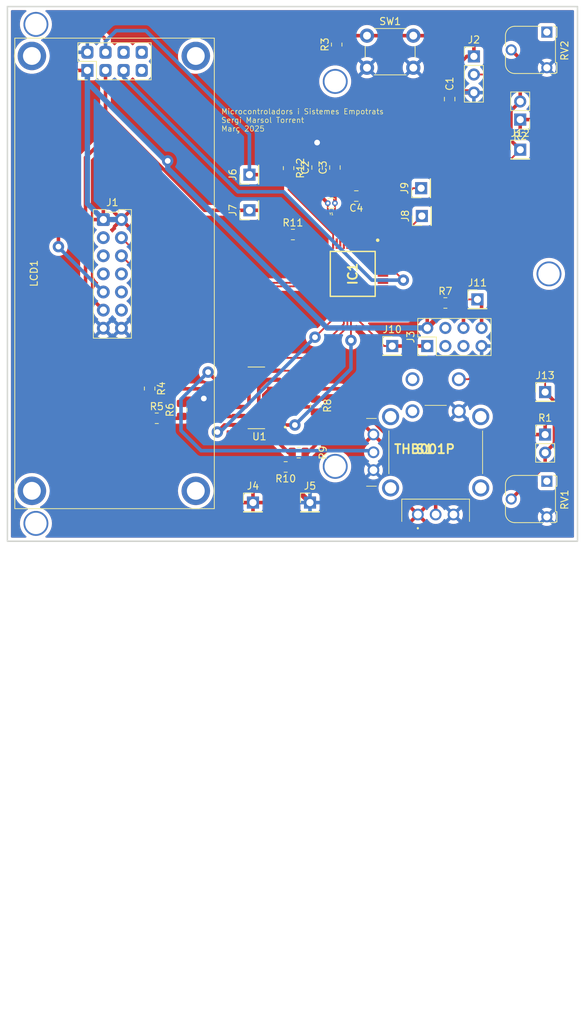
<source format=kicad_pcb>
(kicad_pcb (version 20241229) (generator "pcbnew") (generator_version "9.0")
  (layers (0 "F.Cu" signal) (2 "B.Cu" signal) (13 "F.Paste" user) (15 "B.Paste" user) (5 "F.SilkS" user "F.Silkscreen") (7 "B.SilkS" user "B.Silkscreen") (1 "F.Mask" user) (3 "B.Mask" user) (25 "Edge.Cuts" user))
  (net 0 "")
  (net 1 "GND")
  (net 2 "Net-(IC1-TEST{slash}SBWTCK)")
  (net 3 "Net-(IC1-P2.6{slash}MCLK{slash}XOUT)")
  (net 4 "Net-(IC1-P2.7{slash}TB0CLK{slash}XIN)")
  (net 5 "Net-(IC1-P2.3{slash}TB1TRG)")
  (net 6 "Net-(IC1-P2.1{slash}TB1.2{slash}COMP1.O)")
  (net 7 "Net-(IC1-P1.7{slash}UCA0TXD{slash}UCA0SIMO{slash}TB0.2{slash}TDO{slash}OA1+{slash}A7{slash}VREF+)")
  (net 8 "Net-(IC1-P4.6{slash}UCB1SIMO{slash}UCB1SDA)")
  (net 10 "Net-(IC1-P6.0{slash}TB3.1)")
  (net 17 "Net-(IC1-P2.2{slash}TB1CLK)")
  (net 18 "Net-(IC1-P3.3{slash}OA2+)")
  (net 22 "Net-(IC1-P1.5{slash}UCA0CLK{slash}TMS{slash}OA1O{slash}A5)")
  (net 23 "Net-(IC1-P4.7{slash}UCB1SOMI{slash}UCB1SCL)")
  (net 24 "Net-(IC1-P1.0{slash}UCB0STE{slash}SMCLK{slash}COMP0.0{slash}A0{slash}VEREF+)")
  (net 30 "Net-(IC1-P6.1{slash}TB3.2)")
  (net 31 "Net-(IC1-P3.2{slash}OA2-)")
  (net 32 "Net-(IC1-P1.1{slash}UCB0CLK{slash}ACLK{slash}OA0O{slash}COMP0.1{slash}A1)")
  (net 36 "Net-(IC1-P2.0{slash}TB1.1{slash}COMP0.O)")
  (net 39 "Net-(IC1-P1.6{slash}UCA0RXD{slash}UCA0SOMI{slash}TB0.1{slash}TDI{slash}TCLK{slash}OA1-{slash}A6)")
  (net 53 "Net-(J3-Pin_6)")
  (net 58 "Net-(U1C-+)")
  (net 59 "Net-(U1D--)")
  (net 60 "Net-(U1A-+)")
  (net 61 "Net-(U1B--)")
  (net 64 "AO_2")
  (net 66 "VDD")
  (net 69 "AO_1")
  (net 74 "Net-(IC1-~{RST}{slash}NMI{slash}SBWTDIO)")
  (net 75 "rst_lcd")
  (footprint "Resistor_SMD:R_0805_2012Metric" (layer "F.Cu") (at 57.5 42.5875 -90)
    (property "Reference" "R12" (at 0 -1.65 90) (layer "F.SilkS"))
    (property "Value" "2.2k")
    (pad "1" smd roundrect (at -0.9125 0 270) (size 1.025 1.4) (layers "F.Cu" "F.Mask" "F.Paste") (roundrect_rratio 0.243902) (net 66 "VDD"))
    (pad "2" smd roundrect (at 0.9125 0 270) (size 1.025 1.4) (layers "F.Cu" "F.Mask" "F.Paste") (roundrect_rratio 0.243902) (net 23 "Net-(IC1-P4.7{slash}UCB1SOMI{slash}UCB1SCL)"))
  )
  (footprint "Capacitor_SMD:C_0805_2012Metric" (layer "F.Cu") (at 61.5 42.5 90)
    (property "Reference" "C2" (at 0 -1.68 90) (layer "F.SilkS"))
    (property "Value" "12.5p")
    (pad "1" smd roundrect (at -0.95 0 90) (size 1 1.45) (layers "F.Cu" "F.Mask" "F.Paste") (net 3 "Net-(IC1-P2.6{slash}MCLK{slash}XOUT)"))
    (pad "2" smd roundrect (at 0.95 0 90) (size 1 1.45) (layers "F.Cu" "F.Mask" "F.Paste") (net 1 "GND"))
  )
  (footprint "Capacitor_SMD:C_0805_2012Metric" (layer "F.Cu") (at 64 42.5 90)
    (property "Reference" "C3" (at 0 -1.68 90) (layer "F.SilkS"))
    (property "Value" "12.5p")
    (pad "1" smd roundrect (at -0.95 0 90) (size 1 1.45) (layers "F.Cu" "F.Mask" "F.Paste") (net 4 "Net-(IC1-P2.7{slash}TB0CLK{slash}XIN)"))
    (pad "2" smd roundrect (at 0.95 0 90) (size 1 1.45) (layers "F.Cu" "F.Mask" "F.Paste") (net 1 "GND"))
  )
  (footprint "Resistor_SMD:R_0805_2012Metric" (layer "F.Cu") (at 57.0875 84.5 180)
    (property "Reference" "R10" (at 0 -1.65 0) (layer "F.SilkS"))
    (property "Value" "50k")
    (pad "1" smd roundrect (at -0.9125 0 180) (size 1.025 1.4) (layers "F.Cu" "F.Mask" "F.Paste") (roundrect_rratio 0.243902) (net 61 "Net-(U1B--)"))
    (pad "2" smd roundrect (at 0.9125 0 180) (size 1.025 1.4) (layers "F.Cu" "F.Mask" "F.Paste") (roundrect_rratio 0.243902) (net 1 "GND"))
  )
  (footprint "Connector_PinHeader_2.54mm:PinHeader_1x01_P2.54mm_Vertical" (layer "F.Cu") (at 52 43.5 90)
    (property "Reference" "J6" (at 0 -2.33 90) (layer "F.SilkS"))
    (property "Value" "Conn_01x01")
    (pad "1" thru_hole rect (at 0 0 90) (size 1.7 1.7) (drill 1) (layers "*.Cu" "*.Mask") (net 23 "Net-(IC1-P4.7{slash}UCB1SOMI{slash}UCB1SCL)"))
  )
  (footprint "Resistor_SMD:R_0805_2012Metric" (layer "F.Cu") (at 58.1 51.9)
    (property "Reference" "R11" (at 0 -1.65 0) (layer "F.SilkS"))
    (property "Value" "2.2k")
    (pad "1" smd roundrect (at -0.9125 0) (size 1.025 1.4) (layers "F.Cu" "F.Mask" "F.Paste") (roundrect_rratio 0.243902) (net 66 "VDD"))
    (pad "2" smd roundrect (at 0.9125 0) (size 1.025 1.4) (layers "F.Cu" "F.Mask" "F.Paste") (roundrect_rratio 0.243902) (net 8 "Net-(IC1-P4.6{slash}UCB1SIMO{slash}UCB1SDA)"))
  )
  (footprint "Connector_PinHeader_2.54mm:PinHeader_1x01_P2.54mm_Vertical" (layer "F.Cu") (at 84 61)
    (property "Reference" "J11" (at 0 -2.33 0) (layer "F.SilkS"))
    (property "Value" "Conn_01x01")
    (pad "1" thru_hole rect (at 0 0) (size 1.7 1.7) (drill 1) (layers "*.Cu" "*.Mask") (net 39 "Net-(IC1-P1.6{slash}UCA0RXD{slash}UCA0SOMI{slash}TB0.1{slash}TDI{slash}TCLK{slash}OA1-{slash}A6)"))
  )
  (footprint "Resistor_SMD:R_0805_2012Metric" (layer "F.Cu") (at 42.5 76.5 90)
    (property "Reference" "R6" (at 0 -1.65 90) (layer "F.SilkS"))
    (property "Value" "50k")
    (pad "1" smd roundrect (at -0.9125 0 90) (size 1.025 1.4) (layers "F.Cu" "F.Mask" "F.Paste") (roundrect_rratio 0.243902) (net 59 "Net-(U1D--)"))
    (pad "2" smd roundrect (at 0.9125 0 90) (size 1.025 1.4) (layers "F.Cu" "F.Mask" "F.Paste") (roundrect_rratio 0.243902) (net 1 "GND"))
  )
  (footprint "MiSE:LCD_2x16_I2C(Midas)" (layer "F.Cu") (at 33.075 57.35 90)
    (property "Reference" "LCD1" (at 0 -11.3 90) (layer "F.SilkS"))
    (property "Value" "LCD_2x16_I2C")
    (pad "1" thru_hole rect (at 28.475 -3.81 90) (size 1.8 1.7) (drill 1) (layers "*.Cu" "*.Mask") (net 66 "VDD"))
    (pad "2" thru_hole roundrect (at 31.015 -3.81 90) (size 1.8 1.7) (drill 1) (layers "*.Cu" "*.Mask") (net 1 "GND"))
    (pad "3" thru_hole roundrect (at 28.475 -1.27 90) (size 1.8 1.7) (drill 1) (layers "*.Cu" "*.Mask") (net 8 "Net-(IC1-P4.6{slash}UCB1SIMO{slash}UCB1SDA)"))
    (pad "4" thru_hole roundrect (at 31.015 -1.27 90) (size 1.8 1.7) (drill 1) (layers "*.Cu" "*.Mask") (net 23 "Net-(IC1-P4.7{slash}UCB1SOMI{slash}UCB1SCL)"))
    (pad "5" thru_hole roundrect (at 28.475 1.27 90) (size 1.8 1.7) (drill 1) (layers "*.Cu" "*.Mask") (net 75 "rst_lcd"))
    (pad "6" thru_hole roundrect (at 31.015 1.27 90) (size 1.8 1.7) (drill 1) (layers "*.Cu" "*.Mask"))
    (pad "7" thru_hole roundrect (at 28.475 3.81 90) (size 1.8 1.7) (drill 1) (layers "*.Cu" "*.Mask"))
    (pad "8" thru_hole roundrect (at 31.015 3.81 90) (size 1.8 1.7) (drill 1) (layers "*.Cu" "*.Mask"))
    (pad "9" thru_hole circle (at 30.5 11.4 90) (size 4 4) (drill 2.5) (layers "*.Cu" "*.Mask"))
    (pad "10" thru_hole circle (at -30.5 11.4 90) (size 4 4) (drill 2.5) (layers "*.Cu" "*.Mask"))
    (pad "11" thru_hole circle (at -30.5 -11.6 90) (size 4 4) (drill 2.5) (layers "*.Cu" "*.Mask"))
    (pad "12" thru_hole circle (at 30.5 -11.6 90) (size 4 4) (drill 2.5) (layers "*.Cu" "*.Mask"))
  )
  (footprint "Connector_PinHeader_2.54mm:PinHeader_1x01_P2.54mm_Vertical" (layer "F.Cu") (at 72.04 67.54)
    (property "Reference" "J10" (at 0 -2.33 0) (layer "F.SilkS"))
    (property "Value" "Conn_01x01")
    (pad "1" thru_hole rect (at 0 0) (size 1.7 1.7) (drill 1) (layers "*.Cu" "*.Mask") (net 7 "Net-(IC1-P1.7{slash}UCA0TXD{slash}UCA0SIMO{slash}TB0.2{slash}TDO{slash}OA1+{slash}A7{slash}VREF+)"))
  )
  (footprint "Resistor_SMD:R_0805_2012Metric" (layer "F.Cu") (at 64.25 25.25 90)
    (property "Reference" "R3" (at 0 -1.65 90) (layer "F.SilkS"))
    (property "Value" "47k")
    (pad "1" smd roundrect (at -0.9125 0 90) (size 1.025 1.4) (layers "F.Cu" "F.Mask" "F.Paste") (roundrect_rratio 0.243902) (net 66 "VDD"))
    (pad "2" smd roundrect (at 0.9125 0 90) (size 1.025 1.4) (layers "F.Cu" "F.Mask" "F.Paste") (roundrect_rratio 0.243902) (net 74 "Net-(IC1-~{RST}{slash}NMI{slash}SBWTDIO)"))
  )
  (footprint "Connector_PinHeader_2.54mm:PinHeader_1x03_P2.54mm_Vertical" (layer "F.Cu") (at 83.5 26.91)
    (property "Reference" "J2" (at 0 -2.33 0) (layer "F.SilkS"))
    (property "Value" "Conn_01x03_Pin")
    (pad "1" thru_hole rect (at 0 0) (size 1.7 1.7) (drill 1) (layers "*.Cu" "*.Mask") (net 74 "Net-(IC1-~{RST}{slash}NMI{slash}SBWTDIO)"))
    (pad "2" thru_hole oval (at 0 2.54) (size 1.7 1.7) (drill 1) (layers "*.Cu" "*.Mask") (net 2 "Net-(IC1-TEST{slash}SBWTCK)"))
    (pad "3" thru_hole oval (at 0 5.08) (size 1.7 1.7) (drill 1) (layers "*.Cu" "*.Mask") (net 1 "GND"))
  )
  (footprint "Button_Switch_THT:SW_PUSH_6mm_H4.3mm" (layer "F.Cu") (at 68.5 24)
    (property "Reference" "SW1" (at 3.25 -2 0) (layer "F.SilkS"))
    (property "Value" "SW_Push")
    (pad "1" thru_hole circle (at 0 0 90) (size 2 2) (drill 1.1) (layers "*.Cu" "*.Mask") (net 74 "Net-(IC1-~{RST}{slash}NMI{slash}SBWTDIO)"))
    (pad "1" thru_hole circle (at 6.5 0 90) (size 2 2) (drill 1.1) (layers "*.Cu" "*.Mask") (net 74 "Net-(IC1-~{RST}{slash}NMI{slash}SBWTDIO)"))
    (pad "2" thru_hole circle (at 0 4.5 90) (size 2 2) (drill 1.1) (layers "*.Cu" "*.Mask") (net 1 "GND"))
    (pad "2" thru_hole circle (at 6.5 4.5 90) (size 2 2) (drill 1.1) (layers "*.Cu" "*.Mask") (net 1 "GND"))
  )
  (footprint "Resistor_SMD:R_0805_2012Metric" (layer "F.Cu") (at 79.5 61.5)
    (property "Reference" "R7" (at 0 -1.65 0) (layer "F.SilkS"))
    (property "Value" "47k")
    (pad "1" smd roundrect (at -0.9125 0) (size 1.025 1.4) (layers "F.Cu" "F.Mask" "F.Paste") (roundrect_rratio 0.243902) (net 66 "VDD"))
    (pad "2" smd roundrect (at 0.9125 0) (size 1.025 1.4) (layers "F.Cu" "F.Mask" "F.Paste") (roundrect_rratio 0.243902) (net 53 "Net-(J3-Pin_6)"))
  )
  (footprint "Connector_PinHeader_2.54mm:PinHeader_1x01_P2.54mm_Vertical" (layer "F.Cu") (at 76.2 49.3 90)
    (property "Reference" "J8" (at 0 -2.33 90) (layer "F.SilkS"))
    (property "Value" "Conn_01x01")
    (pad "1" thru_hole rect (at 0 0 90) (size 1.7 1.7) (drill 1) (layers "*.Cu" "*.Mask") (net 32 "Net-(IC1-P1.1{slash}UCB0CLK{slash}ACLK{slash}OA0O{slash}COMP0.1{slash}A1)"))
  )
  (footprint "Connector_PinHeader_2.54mm:PinHeader_1x01_P2.54mm_Vertical" (layer "F.Cu") (at 90 40)
    (property "Reference" "J12" (at 0 -2.33 0) (layer "F.SilkS"))
    (property "Value" "Conn_01x01")
    (pad "1" thru_hole rect (at 0 0) (size 1.7 1.7) (drill 1) (layers "*.Cu" "*.Mask") (net 31 "Net-(IC1-P3.2{slash}OA2-)"))
  )
  (footprint "Connector_PinHeader_2.54mm:PinHeader_1x01_P2.54mm_Vertical" (layer "F.Cu") (at 52 48.5 90)
    (property "Reference" "J7" (at 0 -2.33 90) (layer "F.SilkS"))
    (property "Value" "Conn_01x01")
    (pad "1" thru_hole rect (at 0 0 90) (size 1.7 1.7) (drill 1) (layers "*.Cu" "*.Mask") (net 8 "Net-(IC1-P4.6{slash}UCB1SIMO{slash}UCB1SDA)"))
  )
  (footprint "Capacitor_SMD:C_0805_2012Metric" (layer "F.Cu") (at 67 46.5 180)
    (property "Reference" "C4" (at 0 -1.68 0) (layer "F.SilkS"))
    (property "Value" "0.1u")
    (pad "1" smd roundrect (at -0.95 0 180) (size 1 1.45) (layers "F.Cu" "F.Mask" "F.Paste") (net 66 "VDD"))
    (pad "2" smd roundrect (at 0.95 0 180) (size 1 1.45) (layers "F.Cu" "F.Mask" "F.Paste") (net 1 "GND"))
  )
  (footprint "MiSE:LDR" (layer "F.Cu") (at 93.5 79.96)
    (property "Reference" "R1" (at 0 -2.33 0) (layer "F.SilkS"))
    (property "Value" "Device_R_PHOTO")
    (pad "1" thru_hole rect (at 0 0) (size 1.7 1.7) (drill 1) (layers "*.Cu" "*.Mask") (net 66 "VDD"))
    (pad "2" thru_hole oval (at 0 2.54) (size 1.7 1.7) (drill 1) (layers "*.Cu" "*.Mask") (net 18 "Net-(IC1-P3.3{slash}OA2+)"))
  )
  (footprint "Connector_PinHeader_2.54mm:PinHeader_1x01_P2.54mm_Vertical" (layer "F.Cu") (at 93.5 74)
    (property "Reference" "J13" (at 0 -2.33 0) (layer "F.SilkS"))
    (property "Value" "Conn_01x01")
    (pad "1" thru_hole rect (at 0 0) (size 1.7 1.7) (drill 1) (layers "*.Cu" "*.Mask") (net 18 "Net-(IC1-P3.3{slash}OA2+)"))
  )
  (footprint "MiSE:THB001P" (layer "F.Cu") (at 75.6375 91.175 180)
    (property "Reference" "S1" (at -0.937 9.175 0) (layer "F.SilkS") (effects (font (size 1.27 1.27) (thickness 0.254))))
    (property "Value" "THB001P" (at -0.937 9.175 0) (layer "F.SilkS") (effects (font (size 1.27 1.27) (thickness 0.254))))
    (pad "1" thru_hole circle (at 0 0 180) (size 1.65 1.65) (drill 1.1) (layers "*.Cu" "*.Mask") (net 66 "VDD"))
    (pad "2" thru_hole circle (at -2.5 0 180) (size 1.65 1.65) (drill 1.1) (layers "*.Cu" "*.Mask") (net 69 "AO_1"))
    (pad "3" thru_hole circle (at -5 0 180) (size 1.65 1.65) (drill 1.1) (layers "*.Cu" "*.Mask") (net 1 "GND"))
    (pad "11" thru_hole circle (at 6.23 11.23 180) (size 1.65 1.65) (drill 1.1) (layers "*.Cu" "*.Mask") (net 66 "VDD"))
    (pad "12" thru_hole circle (at 6.23 8.73 180) (size 1.65 1.65) (drill 1.1) (layers "*.Cu" "*.Mask") (net 64 "AO_2"))
    (pad "13" thru_hole circle (at 6.23 6.23 180) (size 1.65 1.65) (drill 1.1) (layers "*.Cu" "*.Mask") (net 1 "GND"))
    (pad "A1" thru_hole circle (at -5.75 14.48 180) (size 1.95 1.95) (drill 1.3) (layers "*.Cu" "*.Mask") (net 1 "GND"))
    (pad "B1" thru_hole circle (at 0.75 14.48 180) (size 1.95 1.95) (drill 1.3) (layers "*.Cu" "*.Mask"))
    (pad "C1" thru_hole circle (at -5.75 18.98 180) (size 1.95 1.95) (drill 1.3) (layers "*.Cu" "*.Mask") (net 22 "Net-(IC1-P1.5{slash}UCA0CLK{slash}TMS{slash}OA1O{slash}A5)"))
    (pad "D1" thru_hole circle (at 0.75 18.98 180) (size 1.95 1.95) (drill 1.3) (layers "*.Cu" "*.Mask"))
    (pad "MH1" thru_hole circle (at 3.825 3.73 180) (size 2.4 2.4) (drill 1.6) (layers "*.Cu" "*.Mask"))
    (pad "MH2" thru_hole circle (at -8.825 3.73 180) (size 2.4 2.4) (drill 1.6) (layers "*.Cu" "*.Mask"))
    (pad "MH3" thru_hole circle (at -8.825 13.73 180) (size 2.4 2.4) (drill 1.6) (layers "*.Cu" "*.Mask"))
    (pad "MH4" thru_hole circle (at 3.825 13.73 180) (size 2.4 2.4) (drill 1.6) (layers "*.Cu" "*.Mask"))
  )
  (footprint "Connector_PinHeader_2.54mm:PinHeader_2x04_P2.54mm_Vertical" (layer "F.Cu") (at 76.96 67.54 90)
    (property "Reference" "J3" (at 1.27 -2.33 90) (layer "F.SilkS"))
    (property "Value" "Conn_02x04_Odd_Even")
    (pad "1" thru_hole rect (at 0 0 90) (size 1.7 1.7) (drill 1) (layers "*.Cu" "*.Mask") (net 7 "Net-(IC1-P1.7{slash}UCA0TXD{slash}UCA0SIMO{slash}TB0.2{slash}TDO{slash}OA1+{slash}A7{slash}VREF+)"))
    (pad "2" thru_hole oval (at 2.54 0 90) (size 1.7 1.7) (drill 1) (layers "*.Cu" "*.Mask") (net 66 "VDD"))
    (pad "3" thru_hole oval (at 0 2.54 90) (size 1.7 1.7) (drill 1) (layers "*.Cu" "*.Mask"))
    (pad "4" thru_hole oval (at 2.54 2.54 90) (size 1.7 1.7) (drill 1) (layers "*.Cu" "*.Mask"))
    (pad "5" thru_hole oval (at 0 5.08 90) (size 1.7 1.7) (drill 1) (layers "*.Cu" "*.Mask"))
    (pad "6" thru_hole oval (at 2.54 5.08 90) (size 1.7 1.7) (drill 1) (layers "*.Cu" "*.Mask") (net 53 "Net-(J3-Pin_6)"))
    (pad "7" thru_hole oval (at 0 7.62 90) (size 1.7 1.7) (drill 1) (layers "*.Cu" "*.Mask") (net 1 "GND"))
    (pad "8" thru_hole oval (at 2.54 7.62 90) (size 1.7 1.7) (drill 1) (layers "*.Cu" "*.Mask") (net 39 "Net-(IC1-P1.6{slash}UCA0RXD{slash}UCA0SOMI{slash}TB0.1{slash}TDI{slash}TCLK{slash}OA1-{slash}A6)"))
  )
  (footprint "MiSE:conn_DFrobot" (layer "F.Cu") (at 34.04 57.42)
    (property "Reference" "J1" (at -1.27 -10.02 0) (layer "F.SilkS"))
    (property "Value" "conn_DFrobot")
    (pad "1" thru_hole roundrect (at -2.54 -7.62 270) (size 1.8 1.8) (drill 1) (layers "*.Cu" "*.Mask") (roundrect_rratio 0.1388888889) (net 66 "VDD"))
    (pad "2" thru_hole circle (at 0 -7.62 270) (size 1.8 1.8) (drill 1) (layers "*.Cu" "*.Mask") (net 66 "VDD"))
    (pad "3" thru_hole circle (at -2.54 -5.08 270) (size 1.8 1.8) (drill 1) (layers "*.Cu" "*.Mask"))
    (pad "4" thru_hole circle (at 0 -5.08 270) (size 1.8 1.8) (drill 1) (layers "*.Cu" "*.Mask") (net 30 "Net-(IC1-P6.1{slash}TB3.2)"))
    (pad "5" thru_hole circle (at -2.54 -2.54 270) (size 1.8 1.8) (drill 1) (layers "*.Cu" "*.Mask"))
    (pad "6" thru_hole circle (at 0 -2.54 270) (size 1.8 1.8) (drill 1) (layers "*.Cu" "*.Mask") (net 10 "Net-(IC1-P6.0{slash}TB3.1)"))
    (pad "7" thru_hole circle (at -2.54 0 270) (size 1.8 1.8) (drill 1) (layers "*.Cu" "*.Mask"))
    (pad "8" thru_hole circle (at 0 0 270) (size 1.8 1.8) (drill 1) (layers "*.Cu" "*.Mask"))
    (pad "9" thru_hole circle (at -2.54 2.54 270) (size 1.8 1.8) (drill 1) (layers "*.Cu" "*.Mask") (net 23 "Net-(IC1-P4.7{slash}UCB1SOMI{slash}UCB1SCL)"))
    (pad "10" thru_hole circle (at 0 2.54 270) (size 1.8 1.8) (drill 1) (layers "*.Cu" "*.Mask"))
    (pad "11" thru_hole circle (at -2.54 5.08 270) (size 1.8 1.8) (drill 1) (layers "*.Cu" "*.Mask") (net 8 "Net-(IC1-P4.6{slash}UCB1SIMO{slash}UCB1SDA)"))
    (pad "12" thru_hole circle (at 0 5.08 270) (size 1.8 1.8) (drill 1) (layers "*.Cu" "*.Mask"))
    (pad "13" thru_hole circle (at -2.54 7.62 270) (size 1.8 1.8) (drill 1) (layers "*.Cu" "*.Mask") (net 1 "GND"))
    (pad "14" thru_hole circle (at 0 7.62 270) (size 1.8 1.8) (drill 1) (layers "*.Cu" "*.Mask") (net 1 "GND"))
    (pad "15" thru_hole circle (at 60 0 270) (size 3.5 3.5) (drill 3) (layers "*.Cu" "*.Mask"))
    (pad "16" thru_hole circle (at 30 27 270) (size 3.5 3.5) (drill 3) (layers "*.Cu" "*.Mask"))
    (pad "17" thru_hole circle (at 30 -27 270) (size 3.5 3.5) (drill 3) (layers "*.Cu" "*.Mask"))
    (pad "18" thru_hole circle (at -12 35 270) (size 3.5 3.5) (drill 3) (layers "*.Cu" "*.Mask"))
    (pad "19" thru_hole circle (at -12 -35 270) (size 3.5 3.5) (drill 3) (layers "*.Cu" "*.Mask"))
  )
  (footprint "MiSE:QFP50P900X900X160-48N" (layer "F.Cu") (at 66.5 57.42 -90)
    (property "Reference" "IC1" (at 0 0 90) (layer "F.SilkS") (effects (font (size 1.27 1.27) (thickness 0.254))))
    (property "Value" "MSP430FR2355TPT" (hide yes))
    (pad "1" smd rect (at -4.238 -2.75) (size 0.3 1.475) (layers "F.Cu" "F.Mask" "F.Paste"))
    (pad "2" smd rect (at -4.238 -2.25) (size 0.3 1.475) (layers "F.Cu" "F.Mask" "F.Paste") (net 32 "Net-(IC1-P1.1{slash}UCB0CLK{slash}ACLK{slash}OA0O{slash}COMP0.1{slash}A1)"))
    (pad "3" smd rect (at -4.238 -1.75) (size 0.3 1.475) (layers "F.Cu" "F.Mask" "F.Paste") (net 24 "Net-(IC1-P1.0{slash}UCB0STE{slash}SMCLK{slash}COMP0.0{slash}A0{slash}VEREF+)"))
    (pad "4" smd rect (at -4.238 -1.25) (size 0.3 1.475) (layers "F.Cu" "F.Mask" "F.Paste") (net 2 "Net-(IC1-TEST{slash}SBWTCK)"))
    (pad "5" smd rect (at -4.238 -0.75) (size 0.3 1.475) (layers "F.Cu" "F.Mask" "F.Paste") (net 74 "Net-(IC1-~{RST}{slash}NMI{slash}SBWTDIO)"))
    (pad "6" smd rect (at -4.238 -0.25) (size 0.3 1.475) (layers "F.Cu" "F.Mask" "F.Paste") (net 66 "VDD"))
    (pad "7" smd rect (at -4.238 0.25) (size 0.3 1.475) (layers "F.Cu" "F.Mask" "F.Paste") (net 1 "GND"))
    (pad "8" smd rect (at -4.238 0.75) (size 0.3 1.475) (layers "F.Cu" "F.Mask" "F.Paste") (net 4 "Net-(IC1-P2.7{slash}TB0CLK{slash}XIN)"))
    (pad "9" smd rect (at -4.238 1.25) (size 0.3 1.475) (layers "F.Cu" "F.Mask" "F.Paste") (net 3 "Net-(IC1-P2.6{slash}MCLK{slash}XOUT)"))
    (pad "10" smd rect (at -4.238 1.75) (size 0.3 1.475) (layers "F.Cu" "F.Mask" "F.Paste"))
    (pad "11" smd rect (at -4.238 2.25) (size 0.3 1.475) (layers "F.Cu" "F.Mask" "F.Paste"))
    (pad "12" smd rect (at -4.238 2.75) (size 0.3 1.475) (layers "F.Cu" "F.Mask" "F.Paste") (net 23 "Net-(IC1-P4.7{slash}UCB1SOMI{slash}UCB1SCL)"))
    (pad "13" smd rect (at -2.75 4.238 270) (size 0.3 1.475) (layers "F.Cu" "F.Mask" "F.Paste") (net 8 "Net-(IC1-P4.6{slash}UCB1SIMO{slash}UCB1SDA)"))
    (pad "14" smd rect (at -2.25 4.238 270) (size 0.3 1.475) (layers "F.Cu" "F.Mask" "F.Paste"))
    (pad "15" smd rect (at -1.75 4.238 270) (size 0.3 1.475) (layers "F.Cu" "F.Mask" "F.Paste"))
    (pad "16" smd rect (at -1.25 4.238 270) (size 0.3 1.475) (layers "F.Cu" "F.Mask" "F.Paste"))
    (pad "17" smd rect (at -0.75 4.238 270) (size 0.3 1.475) (layers "F.Cu" "F.Mask" "F.Paste"))
    (pad "18" smd rect (at -0.25 4.238 270) (size 0.3 1.475) (layers "F.Cu" "F.Mask" "F.Paste"))
    (pad "19" smd rect (at 0.25 4.238 270) (size 0.3 1.475) (layers "F.Cu" "F.Mask" "F.Paste"))
    (pad "20" smd rect (at 0.75 4.238 270) (size 0.3 1.475) (layers "F.Cu" "F.Mask" "F.Paste"))
    (pad "21" smd rect (at 1.25 4.238 270) (size 0.3 1.475) (layers "F.Cu" "F.Mask" "F.Paste") (net 30 "Net-(IC1-P6.1{slash}TB3.2)"))
    (pad "22" smd rect (at 1.75 4.238 270) (size 0.3 1.475) (layers "F.Cu" "F.Mask" "F.Paste") (net 10 "Net-(IC1-P6.0{slash}TB3.1)"))
    (pad "23" smd rect (at 2.25 4.238 270) (size 0.3 1.475) (layers "F.Cu" "F.Mask" "F.Paste"))
    (pad "24" smd rect (at 2.75 4.238 270) (size 0.3 1.475) (layers "F.Cu" "F.Mask" "F.Paste"))
    (pad "25" smd rect (at 4.238 2.75) (size 0.3 1.475) (layers "F.Cu" "F.Mask" "F.Paste"))
    (pad "26" smd rect (at 4.238 2.25) (size 0.3 1.475) (layers "F.Cu" "F.Mask" "F.Paste"))
    (pad "27" smd rect (at 4.238 1.75) (size 0.3 1.475) (layers "F.Cu" "F.Mask" "F.Paste") (net 5 "Net-(IC1-P2.3{slash}TB1TRG)"))
    (pad "28" smd rect (at 4.238 1.25) (size 0.3 1.475) (layers "F.Cu" "F.Mask" "F.Paste") (net 17 "Net-(IC1-P2.2{slash}TB1CLK)"))
    (pad "29" smd rect (at 4.238 0.75) (size 0.3 1.475) (layers "F.Cu" "F.Mask" "F.Paste") (net 6 "Net-(IC1-P2.1{slash}TB1.2{slash}COMP1.O)"))
    (pad "30" smd rect (at 4.238 0.25) (size 0.3 1.475) (layers "F.Cu" "F.Mask" "F.Paste") (net 36 "Net-(IC1-P2.0{slash}TB1.1{slash}COMP0.O)"))
    (pad "31" smd rect (at 4.238 -0.25) (size 0.3 1.475) (layers "F.Cu" "F.Mask" "F.Paste") (net 7 "Net-(IC1-P1.7{slash}UCA0TXD{slash}UCA0SIMO{slash}TB0.2{slash}TDO{slash}OA1+{slash}A7{slash}VREF+)"))
    (pad "32" smd rect (at 4.238 -0.75) (size 0.3 1.475) (layers "F.Cu" "F.Mask" "F.Paste") (net 39 "Net-(IC1-P1.6{slash}UCA0RXD{slash}UCA0SOMI{slash}TB0.1{slash}TDI{slash}TCLK{slash}OA1-{slash}A6)"))
    (pad "33" smd rect (at 4.238 -1.25) (size 0.3 1.475) (layers "F.Cu" "F.Mask" "F.Paste") (net 22 "Net-(IC1-P1.5{slash}UCA0CLK{slash}TMS{slash}OA1O{slash}A5)"))
    (pad "34" smd rect (at 4.238 -1.75) (size 0.3 1.475) (layers "F.Cu" "F.Mask" "F.Paste"))
    (pad "35" smd rect (at 4.238 -2.25) (size 0.3 1.475) (layers "F.Cu" "F.Mask" "F.Paste"))
    (pad "36" smd rect (at 4.238 -2.75) (size 0.3 1.475) (layers "F.Cu" "F.Mask" "F.Paste"))
    (pad "37" smd rect (at 2.75 -4.238 270) (size 0.3 1.475) (layers "F.Cu" "F.Mask" "F.Paste"))
    (pad "38" smd rect (at 2.25 -4.238 270) (size 0.3 1.475) (layers "F.Cu" "F.Mask" "F.Paste"))
    (pad "39" smd rect (at 1.75 -4.238 270) (size 0.3 1.475) (layers "F.Cu" "F.Mask" "F.Paste"))
    (pad "40" smd rect (at 1.25 -4.238 270) (size 0.3 1.475) (layers "F.Cu" "F.Mask" "F.Paste"))
    (pad "41" smd rect (at 0.75 -4.238 270) (size 0.3 1.475) (layers "F.Cu" "F.Mask" "F.Paste"))
    (pad "42" smd rect (at 0.25 -4.238 270) (size 0.3 1.475) (layers "F.Cu" "F.Mask" "F.Paste"))
    (pad "43" smd rect (at -0.25 -4.238 270) (size 0.3 1.475) (layers "F.Cu" "F.Mask" "F.Paste") (net 75 "rst_lcd"))
    (pad "44" smd rect (at -0.75 -4.238 270) (size 0.3 1.475) (layers "F.Cu" "F.Mask" "F.Paste") (net 18 "Net-(IC1-P3.3{slash}OA2+)"))
    (pad "45" smd rect (at -1.25 -4.238 270) (size 0.3 1.475) (layers "F.Cu" "F.Mask" "F.Paste") (net 31 "Net-(IC1-P3.2{slash}OA2-)"))
    (pad "46" smd rect (at -1.75 -4.238 270) (size 0.3 1.475) (layers "F.Cu" "F.Mask" "F.Paste"))
    (pad "47" smd rect (at -2.25 -4.238 270) (size 0.3 1.475) (layers "F.Cu" "F.Mask" "F.Paste"))
    (pad "48" smd rect (at -2.75 -4.238 270) (size 0.3 1.475) (layers "F.Cu" "F.Mask" "F.Paste"))
  )
  (footprint "Resistor_SMD:R_0805_2012Metric" (layer "F.Cu") (at 61.3 75.9 -90)
    (property "Reference" "R8" (at 0 -1.65 90) (layer "F.SilkS"))
    (property "Value" "50k")
    (pad "1" smd roundrect (at -0.9125 0 270) (size 1.025 1.4) (layers "F.Cu" "F.Mask" "F.Paste") (roundrect_rratio 0.243902) (net 66 "VDD"))
    (pad "2" smd roundrect (at 0.9125 0 270) (size 1.025 1.4) (layers "F.Cu" "F.Mask" "F.Paste") (roundrect_rratio 0.243902) (net 60 "Net-(U1A-+)"))
  )
  (footprint "Connector_PinHeader_2.54mm:PinHeader_1x01_P2.54mm_Vertical" (layer "F.Cu") (at 52.5 89.5)
    (property "Reference" "J4" (at 0 -2.33 0) (layer "F.SilkS"))
    (property "Value" "Conn_01x01")
    (pad "1" thru_hole rect (at 0 0) (size 1.7 1.7) (drill 1) (layers "*.Cu" "*.Mask") (net 66 "VDD"))
  )
  (footprint "MiSE:SOIC127P600X175-14N" (layer "F.Cu") (at 52.975 74.81 180)
    (property "Reference" "U1" (at -0.425 -5.435 0) (layer "F.SilkS"))
    (property "Value" "LMV324")
    (pad "1" smd roundrect (at -2.475 -3.81 180) (size 1.97 0.6) (layers "F.Cu" "F.Mask" "F.Paste") (net 36 "Net-(IC1-P2.0{slash}TB1.1{slash}COMP0.O)"))
    (pad "2" smd roundrect (at -2.475 -2.54 180) (size 1.97 0.6) (layers "F.Cu" "F.Mask" "F.Paste") (net 69 "AO_1"))
    (pad "3" smd roundrect (at -2.475 -1.27 180) (size 1.97 0.6) (layers "F.Cu" "F.Mask" "F.Paste") (net 60 "Net-(U1A-+)"))
    (pad "4" smd roundrect (at -2.475 0 180) (size 1.97 0.6) (layers "F.Cu" "F.Mask" "F.Paste") (net 66 "VDD"))
    (pad "5" smd roundrect (at -2.475 1.27 180) (size 1.97 0.6) (layers "F.Cu" "F.Mask" "F.Paste") (net 69 "AO_1"))
    (pad "6" smd roundrect (at -2.475 2.54 180) (size 1.97 0.6) (layers "F.Cu" "F.Mask" "F.Paste") (net 61 "Net-(U1B--)"))
    (pad "7" smd roundrect (at -2.475 3.81 180) (size 1.97 0.6) (layers "F.Cu" "F.Mask" "F.Paste") (net 6 "Net-(IC1-P2.1{slash}TB1.2{slash}COMP1.O)"))
    (pad "8" smd roundrect (at 2.475 3.81 180) (size 1.97 0.6) (layers "F.Cu" "F.Mask" "F.Paste") (net 17 "Net-(IC1-P2.2{slash}TB1CLK)"))
    (pad "9" smd roundrect (at 2.475 2.54 180) (size 1.97 0.6) (layers "F.Cu" "F.Mask" "F.Paste") (net 64 "AO_2"))
    (pad "10" smd roundrect (at 2.475 1.27 180) (size 1.97 0.6) (layers "F.Cu" "F.Mask" "F.Paste") (net 58 "Net-(U1C-+)"))
    (pad "11" smd roundrect (at 2.475 0 180) (size 1.97 0.6) (layers "F.Cu" "F.Mask" "F.Paste") (net 1 "GND"))
    (pad "12" smd roundrect (at 2.475 -1.27 180) (size 1.97 0.6) (layers "F.Cu" "F.Mask" "F.Paste") (net 64 "AO_2"))
    (pad "13" smd roundrect (at 2.475 -2.54 180) (size 1.97 0.6) (layers "F.Cu" "F.Mask" "F.Paste") (net 59 "Net-(U1D--)"))
    (pad "14" smd roundrect (at 2.475 -3.81 180) (size 1.97 0.6) (layers "F.Cu" "F.Mask" "F.Paste") (net 5 "Net-(IC1-P2.3{slash}TB1TRG)"))
  )
  (footprint "Resistor_SMD:R_0805_2012Metric" (layer "F.Cu") (at 58.9125 82.5 180)
    (property "Reference" "R9" (at -3.4125 0 90) (layer "F.SilkS"))
    (property "Value" "50k")
    (pad "1" smd roundrect (at -0.9125 0 180) (size 1.025 1.4) (layers "F.Cu" "F.Mask" "F.Paste") (roundrect_rratio 0.243902) (net 60 "Net-(U1A-+)"))
    (pad "2" smd roundrect (at 0.9125 0 180) (size 1.025 1.4) (layers "F.Cu" "F.Mask" "F.Paste") (roundrect_rratio 0.243902) (net 61 "Net-(U1B--)"))
  )
  (footprint "MiSE:LDR" (layer "F.Cu") (at 90 35.775 180)
    (property "Reference" "R2" (at 0 -2.33 0) (layer "F.SilkS"))
    (property "Value" "Device_R_PHOTO")
    (pad "1" thru_hole rect (at 0 0 180) (size 1.7 1.7) (drill 1) (layers "*.Cu" "*.Mask") (net 66 "VDD"))
    (pad "2" thru_hole oval (at 0 2.54 180) (size 1.7 1.7) (drill 1) (layers "*.Cu" "*.Mask") (net 31 "Net-(IC1-P3.2{slash}OA2-)"))
  )
  (footprint "Resistor_SMD:R_0805_2012Metric" (layer "F.Cu") (at 38 73.5 -90)
    (property "Reference" "R4" (at 0 -1.65 90) (layer "F.SilkS"))
    (property "Value" "50k")
    (pad "1" smd roundrect (at -0.9125 0 270) (size 1.025 1.4) (layers "F.Cu" "F.Mask" "F.Paste") (roundrect_rratio 0.243902) (net 66 "VDD"))
    (pad "2" smd roundrect (at 0.9125 0 270) (size 1.025 1.4) (layers "F.Cu" "F.Mask" "F.Paste") (roundrect_rratio 0.243902) (net 58 "Net-(U1C-+)"))
  )
  (footprint "Connector_PinHeader_2.54mm:PinHeader_1x01_P2.54mm_Vertical" (layer "F.Cu") (at 76.1 45.4 90)
    (property "Reference" "J9" (at 0 -2.33 90) (layer "F.SilkS"))
    (property "Value" "Conn_01x01")
    (pad "1" thru_hole rect (at 0 0 90) (size 1.7 1.7) (drill 1) (layers "*.Cu" "*.Mask") (net 24 "Net-(IC1-P1.0{slash}UCB0STE{slash}SMCLK{slash}COMP0.0{slash}A0{slash}VEREF+)"))
  )
  (footprint "MiSE:XTAL_ECS-.327-8-14" (layer "F.Cu") (at 63.5 47.5 180)
    (property "Reference" "Y1" (at 0 -1.503686 0) (layer "F.SilkS") (effects (font (size 0.320104 0.320104))))
    (property "Value" "Crystal")
    (pad "1" thru_hole circle (at -0.5 0 180) (size 0.8 0.8) (drill 0.4) (layers "*.Cu" "*.Mask") (net 4 "Net-(IC1-P2.7{slash}TB0CLK{slash}XIN)"))
    (pad "2" thru_hole circle (at 0.5 0 180) (size 0.8 0.8) (drill 0.4) (layers "*.Cu" "*.Mask") (net 3 "Net-(IC1-P2.6{slash}MCLK{slash}XOUT)"))
  )
  (footprint "Connector_PinHeader_2.54mm:PinHeader_1x01_P2.54mm_Vertical" (layer "F.Cu") (at 60.5 89.5)
    (property "Reference" "J5" (at 0 -2.33 0) (layer "F.SilkS"))
    (property "Value" "Conn_01x01")
    (pad "1" thru_hole rect (at 0 0) (size 1.7 1.7) (drill 1) (layers "*.Cu" "*.Mask") (net 1 "GND"))
  )
  (footprint "MiSE:Trimmer_MiSE" (layer "F.Cu") (at 93.74 86.5 -90)
    (property "Reference" "RV1" (at 2.6 -2.5 90) (layer "F.SilkS"))
    (property "Value" "Device_R_POT")
    (pad "1" thru_hole rect (at 0 0 270) (size 1.56 1.56) (drill 1) (layers "*.Cu" "*.Mask"))
    (pad "2" thru_hole circle (at 2.5 5 270) (size 1.56 1.56) (drill 1) (layers "*.Cu" "*.Mask") (net 18 "Net-(IC1-P3.3{slash}OA2+)"))
    (pad "3" thru_hole circle (at 5 0 270) (size 1.56 1.56) (drill 1) (layers "*.Cu" "*.Mask") (net 1 "GND"))
  )
  (footprint "MiSE:Trimmer_MiSE" (layer "F.Cu") (at 93.74 23.5 -90)
    (property "Reference" "RV2" (at 2.6 -2.5 90) (layer "F.SilkS"))
    (property "Value" "Device_R_POT")
    (pad "1" thru_hole rect (at 0 0 270) (size 1.56 1.56) (drill 1) (layers "*.Cu" "*.Mask"))
    (pad "2" thru_hole circle (at 2.5 5 270) (size 1.56 1.56) (drill 1) (layers "*.Cu" "*.Mask") (net 31 "Net-(IC1-P3.2{slash}OA2-)"))
    (pad "3" thru_hole circle (at 5 0 270) (size 1.56 1.56) (drill 1) (layers "*.Cu" "*.Mask") (net 1 "GND"))
  )
  (footprint "Capacitor_SMD:C_0805_2012Metric" (layer "F.Cu") (at 80.1 32.9 90)
    (property "Reference" "C1" (at 2.15 0 90) (layer "F.SilkS"))
    (property "Value" "1n")
    (pad "1" smd roundrect (at -0.95 0 90) (size 1 1.45) (layers "F.Cu" "F.Mask" "F.Paste") (net 74 "Net-(IC1-~{RST}{slash}NMI{slash}SBWTDIO)"))
    (pad "2" smd roundrect (at 0.95 0 90) (size 1 1.45) (layers "F.Cu" "F.Mask" "F.Paste") (net 1 "GND"))
  )
  (footprint "Resistor_SMD:R_0805_2012Metric" (layer "F.Cu") (at 39 77.675)
    (property "Reference" "R5" (at 0 -1.65 0) (layer "F.SilkS"))
    (property "Value" "50k")
    (pad "1" smd roundrect (at -0.9125 0) (size 1.025 1.4) (layers "F.Cu" "F.Mask" "F.Paste") (roundrect_rratio 0.243902) (net 58 "Net-(U1C-+)"))
    (pad "2" smd roundrect (at 0.9125 0) (size 1.025 1.4) (layers "F.Cu" "F.Mask" "F.Paste") (roundrect_rratio 0.243902) (net 59 "Net-(U1D--)"))
  )
  (gr_rect (start 18.04 19.92) (end 98.04 94.92) (stroke (width 0.2)) (fill no) (layer "Edge.Cuts"))
  (gr_text "Microcontroladors i Sistemes Empotrats\nSergi Marsol Torrent\nMarç 2025" (at 48 37.5 0) (layer "F.SilkS") (effects (font (size 0.75 0.75) (thickness 0.09375)) (justify left bottom)))
  (segment (start 56.175 85.175) (end 60.5 89.5) (width 0.75) (layer "F.Cu") (net 1))
  (segment (start 43.0875 75) (end 42.5 75.5875) (width 0.75) (layer "F.Cu") (net 1))
  (segment (start 61.5 41.55) (end 61.5 39) (width 0.75) (layer "F.Cu") (net 1))
  (segment (start 80 31.9) (end 83.41 31.9) (width 0.75) (layer "F.Cu") (net 1))
  (segment (start 66.25 46.7) (end 66.05 46.5) (width 0.25) (layer "F.Cu") (net 1))
  (segment (start 64.75 41.55) (end 66.05 42.85) (width 0.75) (layer "F.Cu") (net 1))
  (segment (start 45.69 74.81) (end 45.6 74.9) (width 0.75) (layer "F.Cu") (net 1))
  (segment (start 83.41 31.9) (end 83.5 31.99) (width 0.75) (layer "F.Cu") (net 1))
  (segment (start 61.5 41.55) (end 64 41.55) (width 0.75) (layer "F.Cu") (net 1))
  (segment (start 45.5 75) (end 43.0875 75) (width 0.75) (layer "F.Cu") (net 1))
  (segment (start 50.5 74.81) (end 45.69 74.81) (width 0.75) (layer "F.Cu") (net 1))
  (segment (start 64 41.55) (end 64.75 41.55) (width 0.75) (layer "F.Cu") (net 1))
  (segment (start 66.05 42.85) (end 66.05 46.5) (width 0.75) (layer "F.Cu") (net 1))
  (segment (start 56.175 84.5) (end 56.175 85.175) (width 0.75) (layer "F.Cu") (net 1))
  (segment (start 66.25 53.182) (end 66.25 46.7) (width 0.25) (layer "F.Cu") (net 1))
  (segment (start 45.6 74.9) (end 45.5 75) (width 0.75) (layer "F.Cu") (net 1))
  (via (at 45.6 74.9) (size 1.6) (drill 0.8) (layers "F.Cu" "B.Cu") (net 1))
  (via (at 61.5 39) (size 1.6) (drill 0.8) (layers "F.Cu" "B.Cu") (net 1))
  (segment (start 85.35 29.45) (end 83.5 29.45) (width 0.25) (layer "F.Cu") (net 2))
  (segment (start 86.4 30.5) (end 85.35 29.45) (width 0.25) (layer "F.Cu") (net 2))
  (segment (start 86.4 32.4) (end 86.4 30.5) (width 0.25) (layer "F.Cu") (net 2))
  (segment (start 67.75 51.05) (end 86.4 32.4) (width 0.25) (layer "F.Cu") (net 2))
  (segment (start 67.75 53.182) (end 67.75 51.05) (width 0.25) (layer "F.Cu") (net 2))
  (segment (start 63 49.5) (end 63 47.5) (width 0.25) (layer "F.Cu") (net 3))
  (segment (start 65.25 53.182) (end 65.25 51.75) (width 0.25) (layer "F.Cu") (net 3))
  (segment (start 61.5 46) (end 63 47.5) (width 0.5) (layer "F.Cu") (net 3))
  (segment (start 65.25 51.75) (end 63 49.5) (width 0.25) (layer "F.Cu") (net 3))
  (segment (start 61.5 43.45) (end 61.5 46) (width 0.5) (layer "F.Cu") (net 3))
  (segment (start 64 49.4) (end 64 47.5) (width 0.25) (layer "F.Cu") (net 4))
  (segment (start 65.75 51.15) (end 64 49.4) (width 0.25) (layer "F.Cu") (net 4))
  (segment (start 64 43.45) (end 64 47.5) (width 0.5) (layer "F.Cu") (net 4))
  (segment (start 65.75 53.182) (end 65.75 51.15) (width 0.25) (layer "F.Cu") (net 4))
  (segment (start 61.7 65.8) (end 61.2 66.3) (width 0.25) (layer "F.Cu") (net 5))
  (segment (start 64.75 62.75) (end 61.7 65.8) (width 0.25) (layer "F.Cu") (net 5))
  (segment (start 64.75 61.658) (end 64.75 62.75) (width 0.25) (layer "F.Cu") (net 5))
  (segment (start 50.5 78.62) (end 48.48 78.62) (width 0.5) (layer "F.Cu") (net 5))
  (segment (start 48.48 78.62) (end 47.5 79.6) (width 0.5) (layer "F.Cu") (net 5))
  (via (at 61.2 66.3) (size 1.6) (drill 0.8) (layers "F.Cu" "B.Cu") (net 5))
  (via (at 47.5 79.6) (size 1.6) (drill 0.8) (layers "F.Cu" "B.Cu") (net 5))
  (segment (start 47.5 79.6) (end 47.9 79.6) (width 0.5) (layer "B.Cu") (net 5))
  (segment (start 47.9 79.6) (end 61.2 66.3) (width 0.5) (layer "B.Cu") (net 5))
  (segment (start 59.602454 71) (end 55.45 71) (width 0.25) (layer "F.Cu") (net 6))
  (segment (start 65.75 64.852454) (end 59.602454 71) (width 0.25) (layer "F.Cu") (net 6))
  (segment (start 65.75 61.658) (end 65.75 64.852454) (width 0.25) (layer "F.Cu") (net 6))
  (segment (start 66.75 61.658) (end 66.75 63.38781) (width 0.25) (layer "F.Cu") (net 7))
  (segment (start 66.75 63.38781) (end 70.90219 67.54) (width 0.25) (layer "F.Cu") (net 7))
  (segment (start 70.90219 67.54) (end 72.04 67.54) (width 0.25) (layer "F.Cu") (net 7))
  (segment (start 76.96 67.54) (end 72.04 67.54) (width 0.5) (layer "F.Cu") (net 7))
  (segment (start 31.805 34.2) (end 31.805 34.605) (width 0.5) (layer "F.Cu") (net 8))
  (segment (start 31.805 28.875) (end 31.805 34.2) (width 0.5) (layer "F.Cu") (net 8))
  (segment (start 60.87 54.67) (end 59.0125 52.8125) (width 0.25) (layer "F.Cu") (net 8))
  (segment (start 52 48.5) (end 55.8725 48.5) (width 0.5) (layer "F.Cu") (net 8))
  (segment (start 59.0125 52.8125) (end 59.0125 51.9) (width 0.25) (layer "F.Cu") (net 8))
  (segment (start 31.805 38.295) (end 29 41.1) (width 0.5) (layer "F.Cu") (net 8))
  (segment (start 62.262 54.67) (end 60.87 54.67) (width 0.25) (layer "F.Cu") (net 8))
  (segment (start 31.5 62.5) (end 29 60) (width 0.5) (layer "F.Cu") (net 8))
  (segment (start 55.8725 48.5) (end 58.96 51.5875) (width 0.5) (layer "F.Cu") (net 8))
  (segment (start 45.7 48.5) (end 52 48.5) (width 0.5) (layer "F.Cu") (net 8))
  (segment (start 31.805 34.605) (end 45.7 48.5) (width 0.5) (layer "F.Cu") (net 8))
  (segment (start 29 41.1) (end 29 60) (width 0.5) (layer "F.Cu") (net 8))
  (segment (start 31.805 34.2) (end 31.805 38.295) (width 0.5) (layer "F.Cu") (net 8))
  (segment (start 34.04 54.88) (end 38.33 59.17) (width 0.25) (layer "F.Cu") (net 10))
  (segment (start 38.33 59.17) (end 62.262 59.17) (width 0.25) (layer "F.Cu") (net 10))
  (segment (start 65.25 64.45) (end 60.5 69.2) (width 0.25) (layer "F.Cu") (net 17))
  (segment (start 65.25 61.658) (end 65.25 64.45) (width 0.25) (layer "F.Cu") (net 17))
  (segment (start 52.3 69.2) (end 50.5 71) (width 0.25) (layer "F.Cu") (net 17))
  (segment (start 60.5 69.2) (end 52.3 69.2) (width 0.25) (layer "F.Cu") (net 17))
  (segment (start 94.801 75.301) (end 93.5 74) (width 0.5) (layer "F.Cu") (net 18))
  (segment (start 93.5 84.24) (end 93.5 82.5) (width 0.5) (layer "F.Cu") (net 18))
  (segment (start 93.5 64.4) (end 93.5 74) (width 0.25) (layer "F.Cu") (net 18))
  (segment (start 70.738 56.67) (end 85.77 56.67) (width 0.25) (layer "F.Cu") (net 18))
  (segment (start 93.5 82.5) (end 94.801 81.199) (width 0.5) (layer "F.Cu") (net 18))
  (segment (start 94.801 81.199) (end 94.801 75.301) (width 0.5) (layer "F.Cu") (net 18))
  (segment (start 88.74 89) (end 93.5 84.24) (width 0.5) (layer "F.Cu") (net 18))
  (segment (start 85.77 56.67) (end 93.5 64.4) (width 0.25) (layer "F.Cu") (net 18))
  (segment (start 77.7 58.4) (end 85.5 58.4) (width 0.25) (layer "F.Cu") (net 22))
  (segment (start 87.2 60.1) (end 87.2 67.761358) (width 0.25) (layer "F.Cu") (net 22))
  (segment (start 87.2 67.761358) (end 82.766358 72.195) (width 0.25) (layer "F.Cu") (net 22))
  (segment (start 68 63.1) (end 73 63.1) (width 0.25) (layer "F.Cu") (net 22))
  (segment (start 67.75 62.85) (end 68 63.1) (width 0.25) (layer "F.Cu") (net 22))
  (segment (start 67.75 61.658) (end 67.75 62.85) (width 0.25) (layer "F.Cu") (net 22))
  (segment (start 85.5 58.4) (end 87.2 60.1) (width 0.25) (layer "F.Cu") (net 22))
  (segment (start 73 63.1) (end 77.7 58.4) (width 0.25) (layer "F.Cu") (net 22))
  (segment (start 82.766358 72.195) (end 81.3875 72.195) (width 0.25) (layer "F.Cu") (net 22))
  (segment (start 26.9 23.3) (end 26.7 23.5) (width 0.5) (layer "F.Cu") (net 23))
  (segment (start 31.805 24.505) (end 30.6 23.3) (width 0.5) (layer "F.Cu") (net 23))
  (segment (start 25.2 25) (end 25.2 51.7) (width 0.5) (layer "F.Cu") (net 23))
  (segment (start 26.7 23.5) (end 25.2 25) (width 0.5) (layer "F.Cu") (net 23))
  (segment (start 63.75 51.85) (end 57.5 45.6) (width 0.25) (layer "F.Cu") (net 23))
  (segment (start 63.75 53.182) (end 63.75 51.85) (width 0.25) (layer "F.Cu") (net 23))
  (segment (start 31.805 26.335) (end 31.805 24.505) (width 0.5) (layer "F.Cu") (net 23))
  (segment (start 52 43.5) (end 57.5 43.5) (width 0.5) (layer "F.Cu") (net 23))
  (segment (start 25.2 51.7) (end 25.2 53.6) (width 0.5) (layer "F.Cu") (net 23))
  (segment (start 57.5 45.6) (end 57.5 43.5) (width 0.25) (layer "F.Cu") (net 23))
  (segment (start 30.6 23.3) (end 26.9 23.3) (width 0.5) (layer "F.Cu") (net 23))
  (via (at 25.2 53.6) (size 1.6) (drill 0.8) (layers "F.Cu" "B.Cu") (net 23))
  (segment (start 25.2 53.66) (end 31.5 59.96) (width 0.5) (layer "B.Cu") (net 23))
  (segment (start 33.3 23.3) (end 37.458762 23.3) (width 0.5) (layer "B.Cu") (net 23))
  (segment (start 31.805 24.795) (end 33.3 23.3) (width 0.5) (layer "B.Cu") (net 23))
  (segment (start 37.458762 23.3) (end 52 37.841238) (width 0.5) (layer "B.Cu") (net 23))
  (segment (start 25.2 53.6) (end 25.2 53.66) (width 0.5) (layer "B.Cu") (net 23))
  (segment (start 52 37.841238) (end 52 43.5) (width 0.5) (layer "B.Cu") (net 23))
  (segment (start 31.805 26.335) (end 31.805 24.795) (width 0.5) (layer "B.Cu") (net 23))
  (segment (start 74.96219 45.4) (end 76.1 45.4) (width 0.25) (layer "F.Cu") (net 24))
  (segment (start 68.25 52.11219) (end 74.96219 45.4) (width 0.25) (layer "F.Cu") (net 24))
  (segment (start 68.25 53.182) (end 68.25 52.11219) (width 0.25) (layer "F.Cu") (net 24))
  (segment (start 34.04 52.34) (end 40.37 58.67) (width 0.25) (layer "F.Cu") (net 30))
  (segment (start 40.37 58.67) (end 62.262 58.67) (width 0.25) (layer "F.Cu") (net 30))
  (segment (start 90 27.26) (end 90 33.235) (width 0.5) (layer "F.Cu") (net 31))
  (segment (start 73.83 56.17) (end 90 40) (width 0.25) (layer "F.Cu") (net 31))
  (segment (start 88.74 26) (end 90 27.26) (width 0.5) (layer "F.Cu") (net 31))
  (segment (start 90 33.235) (end 88.699 34.536) (width 0.5) (layer "F.Cu") (net 31))
  (segment (start 88.699 34.536) (end 88.699 38.699) (width 0.5) (layer "F.Cu") (net 31))
  (segment (start 88.699 38.699) (end 90 40) (width 0.5) (layer "F.Cu") (net 31))
  (segment (start 70.738 56.17) (end 73.83 56.17) (width 0.25) (layer "F.Cu") (net 31))
  (segment (start 74 51.5) (end 76.2 49.3) (width 0.25) (layer "F.Cu") (net 32))
  (segment (start 68.75 53.182) (end 68.75 52.25) (width 0.25) (layer "F.Cu") (net 32))
  (segment (start 69.5 51.5) (end 74 51.5) (width 0.25) (layer "F.Cu") (net 32))
  (segment (start 68.75 52.25) (end 69.5 51.5) (width 0.25) (layer "F.Cu") (net 32))
  (segment (start 55.45 78.62) (end 58.38 78.62) (width 0.5) (layer "F.Cu") (net 36))
  (segment (start 66.25 61.658) (end 66.25 66.75) (width 0.25) (layer "F.Cu") (net 36))
  (via (at 58.38 78.62) (size 1.6) (drill 0.8) (layers "F.Cu" "B.Cu") (net 36))
  (via (at 66.25 66.75) (size 1.6) (drill 0.8) (layers "F.Cu" "B.Cu") (net 36))
  (segment (start 66.25 70.75) (end 66.25 66.75) (width 0.5) (layer "B.Cu") (net 36))
  (segment (start 58.38 78.62) (end 66.25 70.75) (width 0.5) (layer "B.Cu") (net 36))
  (segment (start 81.6 59.9) (end 82.7 61) (width 0.25) (layer "F.Cu") (net 39))
  (segment (start 67.25 63.25) (end 67.6 63.6) (width 0.25) (layer "F.Cu") (net 39))
  (segment (start 67.25 61.658) (end 67.25 63.25) (width 0.25) (layer "F.Cu") (net 39))
  (segment (start 84.58 65) (end 84.58 61.58) (width 0.5) (layer "F.Cu") (net 39))
  (segment (start 82.7 61) (end 84 61) (width 0.25) (layer "F.Cu") (net 39))
  (segment (start 74.2 63.6) (end 77.9 59.9) (width 0.25) (layer "F.Cu") (net 39))
  (segment (start 77.9 59.9) (end 81.6 59.9) (width 0.25) (layer "F.Cu") (net 39))
  (segment (start 67.6 63.6) (end 74.2 63.6) (width 0.25) (layer "F.Cu") (net 39))
  (segment (start 84.58 61.58) (end 84 61) (width 0.5) (layer "F.Cu") (net 39))
  (segment (start 82.04 65) (end 82.04 63.1275) (width 0.5) (layer "F.Cu") (net 53))
  (segment (start 82.04 63.1275) (end 80.4125 61.5) (width 0.5) (layer "F.Cu") (net 53))
  (segment (start 38 77.5875) (end 38.0875 77.675) (width 0.5) (layer "F.Cu") (net 58))
  (segment (start 38.8725 73.54) (end 38 74.4125) (width 0.5) (layer "F.Cu") (net 58))
  (segment (start 50.5 73.54) (end 38.8725 73.54) (width 0.5) (layer "F.Cu") (net 58))
  (segment (start 38 74.4125) (end 38 77.5875) (width 0.5) (layer "F.Cu") (net 58))
  (segment (start 42.2375 77.675) (end 42.5 77.4125) (width 0.5) (layer "F.Cu") (net 59))
  (segment (start 39.9125 77.675) (end 42.2375 77.675) (width 0.5) (layer "F.Cu") (net 59))
  (segment (start 42.5 77.4125) (end 50.4375 77.4125) (width 0.5) (layer "F.Cu") (net 59))
  (segment (start 50.4375 77.4125) (end 50.5 77.35) (width 0.5) (layer "F.Cu") (net 59))
  (segment (start 61.3 76.8125) (end 60.5675 76.08) (width 0.5) (layer "F.Cu") (net 60))
  (segment (start 61.3 76.8125) (end 61.3 81.4) (width 0.5) (layer "F.Cu") (net 60))
  (segment (start 61.3 81.4) (end 60.2 82.5) (width 0.5) (layer "F.Cu") (net 60))
  (segment (start 60.2 82.5) (end 59.825 82.5) (width 0.5) (layer "F.Cu") (net 60))
  (segment (start 60.5675 76.08) (end 55.45 76.08) (width 0.5) (layer "F.Cu") (net 60))
  (segment (start 53.313 78.3255) (end 57.4875 82.5) (width 0.5) (layer "F.Cu") (net 61))
  (segment (start 54.465001 72.27) (end 53.313 73.422001) (width 0.5) (layer "F.Cu") (net 61))
  (segment (start 53.313 73.422001) (end 53.313 78.3255) (width 0.5) (layer "F.Cu") (net 61))
  (segment (start 57.4875 82.5) (end 58 82.5) (width 0.5) (layer "F.Cu") (net 61))
  (segment (start 58 84.5) (end 58 82.5) (width 0.5) (layer "F.Cu") (net 61))
  (segment (start 55.45 72.27) (end 54.465001 72.27) (width 0.5) (layer "F.Cu") (net 61))
  (segment (start 50.5 72.27) (end 51.484999 72.27) (width 0.5) (layer "F.Cu") (net 64))
  (segment (start 51.936 75.628999) (end 51.484999 76.08) (width 0.5) (layer "F.Cu") (net 64))
  (segment (start 51.936 72.721001) (end 51.936 75.628999) (width 0.5) (layer "F.Cu") (net 64))
  (segment (start 50.5 72.27) (end 47.27 72.27) (width 0.5) (layer "F.Cu") (net 64))
  (segment (start 51.484999 76.08) (end 50.5 76.08) (width 0.5) (layer "F.Cu") (net 64))
  (segment (start 47.27 72.27) (end 46.2 71.2) (width 0.5) (layer "F.Cu") (net 64))
  (segment (start 51.484999 72.27) (end 51.936 72.721001) (width 0.5) (layer "F.Cu") (net 64))
  (via (at 46.2 71.2) (size 1.6) (drill 0.8) (layers "F.Cu" "B.Cu") (net 64))
  (segment (start 42.4 75) (end 42.4 79.4) (width 0.5) (layer "B.Cu") (net 64))
  (segment (start 46.2 71.2) (end 42.4 75) (width 0.5) (layer "B.Cu") (net 64))
  (segment (start 45.219 82.219) (end 69.1815 82.219) (width 0.5) (layer "B.Cu") (net 64))
  (segment (start 69.1815 82.219) (end 69.4075 82.445) (width 0.5) (layer "B.Cu") (net 64))
  (segment (start 42.4 79.4) (end 45.219 82.219) (width 0.5) (layer "B.Cu") (net 64))
  (segment (start 48.175 41.675) (end 57.5 41.675) (width 0.75) (layer "F.Cu") (net 66))
  (segment (start 66.75 47.7) (end 67.95 46.5) (width 0.25) (layer "F.Cu") (net 66))
  (segment (start 78.5875 61.5) (end 78.5875 63.3725) (width 0.75) (layer "F.Cu") (net 66))
  (segment (start 66.75 53.182) (end 66.75 47.7) (width 0.25) (layer "F.Cu") (net 66))
  (segment (start 78.5875 63.3725) (end 76.96 65) (width 0.75) (layer "F.Cu") (net 66))
  (segment (start 40.533884 41.566116) (end 40.667768 41.7) (width 0.75) (layer "F.Cu") (net 66))
  (segment (start 40.667768 41.7) (end 48.15 41.7) (width 0.75) (layer "F.Cu") (net 66))
  (segment (start 48.15 41.7) (end 48.175 41.675) (width 0.75) (layer "F.Cu") (net 66))
  (via (at 40.533884 41.566116) (size 1.6) (drill 0.8) (layers "F.Cu" "B.Cu") (net 66))
  (segment (start 40.533884 42.633884) (end 62.9 65) (width 0.75) (layer "B.Cu") (net 66))
  (segment (start 62.9 65) (end 76.96 65) (width 0.75) (layer "B.Cu") (net 66))
  (segment (start 40.533884 41.566116) (end 40.533884 42.633884) (width 0.75) (layer "B.Cu") (net 66))
  (segment (start 34.04 49.8) (end 31.5 49.8) (width 0.75) (layer "B.Cu") (net 66))
  (segment (start 29.265 28.875) (end 29.265 47.565) (width 0.75) (layer "B.Cu") (net 66))
  (segment (start 29.265 47.565) (end 31.5 49.8) (width 0.75) (layer "B.Cu") (net 66))
  (segment (start 29.265 28.875) (end 29.265 30.565) (width 0.75) (layer "B.Cu") (net 66))
  (segment (start 29.265 30.565) (end 40.266116 41.566116) (width 0.75) (layer "B.Cu") (net 66))
  (segment (start 40.266116 41.566116) (end 40.533884 41.566116) (width 0.75) (layer "B.Cu") (net 66))
  (segment (start 64.807037 73.54) (end 55.45 73.54) (width 0.5) (layer "F.Cu") (net 69))
  (segment (start 78.1375 91.175) (end 78.1375 86.870463) (width 0.5) (layer "F.Cu") (net 69))
  (segment (start 55.45 77.35) (end 54.8809 77.35) (width 0.5) (layer "F.Cu") (net 69))
  (segment (start 54.8809 73.54) (end 55.45 73.54) (width 0.5) (layer "F.Cu") (net 69))
  (segment (start 54.8809 77.35) (end 54.014 76.4831) (width 0.5) (layer "F.Cu") (net 69))
  (segment (start 54.014 76.4831) (end 54.014 74.4069) (width 0.5) (layer "F.Cu") (net 69))
  (segment (start 78.1375 86.870463) (end 64.807037 73.54) (width 0.5) (layer "F.Cu") (net 69))
  (segment (start 54.014 74.4069) (end 54.8809 73.54) (width 0.5) (layer "F.Cu") (net 69))
  (segment (start 78.85 33.85) (end 80.1 33.85) (width 0.5) (layer "F.Cu") (net 74))
  (segment (start 83.5 26.91) (end 82.49 26.91) (width 0.5) (layer "F.Cu") (net 74))
  (segment (start 80.1 37.7) (end 80.1 33.85) (width 0.25) (layer "F.Cu") (net 74))
  (segment (start 75 24) (end 68.5 24) (width 0.5) (layer "F.Cu") (net 74))
  (segment (start 68.5 24) (end 64.5875 24) (width 0.5) (layer "F.Cu") (net 74))
  (segment (start 82.49 26.91) (end 78.5 30.9) (width 0.5) (layer "F.Cu") (net 74))
  (segment (start 67.25 53.182) (end 67.25 50.55) (width 0.25) (layer "F.Cu") (net 74))
  (segment (start 64.5875 24) (end 64.25 24.3375) (width 0.5) (layer "F.Cu") (net 74))
  (segment (start 82.1 24) (end 83.5 25.4) (width 0.5) (layer "F.Cu") (net 74))
  (segment (start 75 24) (end 82.1 24) (width 0.5) (layer "F.Cu") (net 74))
  (segment (start 67.25 50.55) (end 80.1 37.7) (width 0.25) (layer "F.Cu") (net 74))
  (segment (start 78.8 33.9) (end 78.85 33.85) (width 0.5) (layer "F.Cu") (net 74))
  (segment (start 78.5 30.9) (end 78.5 33.6) (width 0.5) (layer "F.Cu") (net 74))
  (segment (start 78.5 33.6) (end 78.8 33.9) (width 0.5) (layer "F.Cu") (net 74))
  (segment (start 83.5 25.4) (end 83.5 26.91) (width 0.5) (layer "F.Cu") (net 74))
  (segment (start 72.47 57.17) (end 73.6 58.3) (width 0.25) (layer "F.Cu") (net 75))
  (segment (start 70.738 57.17) (end 72.47 57.17) (width 0.25) (layer "F.Cu") (net 75))
  (via (at 73.6 58.3) (size 1.6) (drill 0.8) (layers "F.Cu" "B.Cu") (net 75))
  (segment (start 69.2 58.3) (end 73.6 58.3) (width 0.5) (layer "B.Cu") (net 75))
  (segment (start 34.345 29.845) (end 50.4 45.9) (width 0.5) (layer "B.Cu") (net 75))
  (segment (start 34.345 28.875) (end 34.345 29.845) (width 0.5) (layer "B.Cu") (net 75))
  (segment (start 50.4 45.9) (end 56.8 45.9) (width 0.5) (layer "B.Cu") (net 75))
  (segment (start 56.8 45.9) (end 69.2 58.3) (width 0.5) (layer "B.Cu") (net 75))
  (zone (net 66) (net_name "VDD") (layer "F.Cu") (connect_pads (clearance 0.5)) (min_thickness 0.25) (fill yes (thermal_gap 0.5) (thermal_bridge_width 0.5))
    (polygon (pts (xy 17 19) (xy 17 96) (xy 99.1 96) (xy 99.1 19)))
  )
  (zone (net 1) (net_name "GND") (layer "B.Cu") (priority 1) (connect_pads (clearance 0.5)) (min_thickness 0.25) (fill yes (thermal_gap 0.5) (thermal_bridge_width 0.5))
    (polygon (pts (xy 17 19) (xy 17 96) (xy 99 96) (xy 99 19)))
  )
)
</source>
